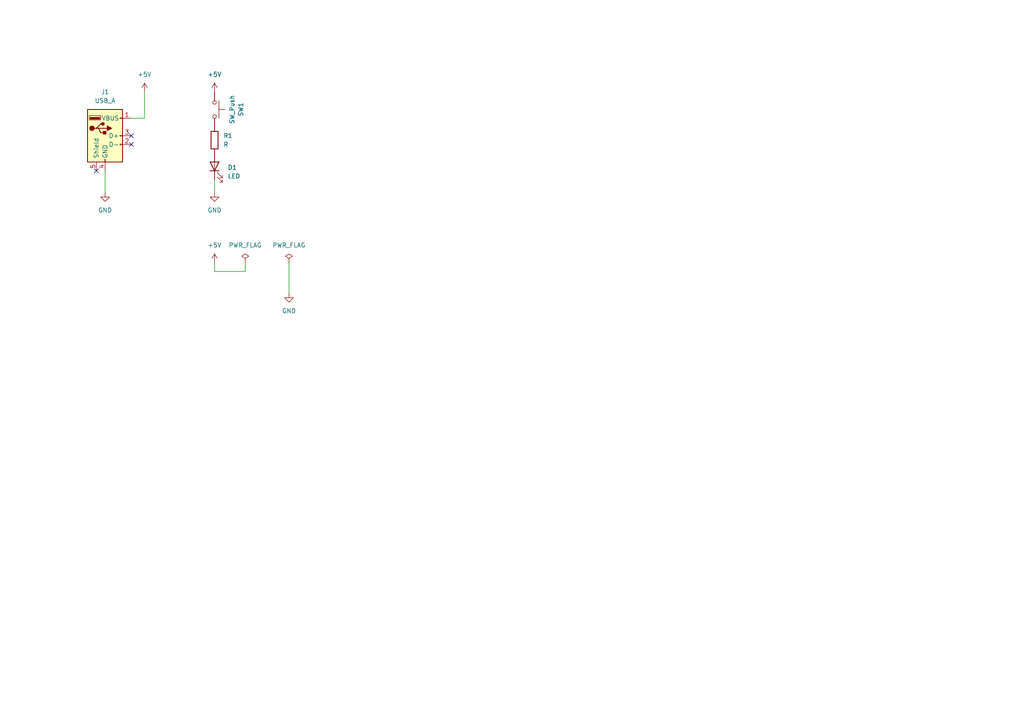
<source format=kicad_sch>
(kicad_sch (version 20211123) (generator eeschema)
  (paper "A4")
  (lib_symbols
    (symbol "Connector:USB_A" (pin_names (offset 1.016))
      (property "Reference" "J" (at -5.08 11.43 0))
      (property "Value" "USB_A" (at -5.08 8.89 0))
      (symbol "USB_A_0_1"
        (rectangle (start -5.08 -7.62) (end 5.08 7.62) (stroke (width 0.254)) (fill (type background)))
        (circle (center -3.81 2.159) (radius 0.635) (stroke (width 0.254)) (fill (type outline)))
        (rectangle (start -1.524 4.826) (end -4.318 5.334) (fill (type outline)))
        (rectangle (start -1.27 4.572) (end -4.572 5.842))
        (circle (center -0.635 3.429) (radius 0.381) (stroke (width 0.254)) (fill (type outline)))
        (rectangle (start -0.127 -7.62) (end 0.127 -6.858))
        (polyline (pts (xy -3.175 2.159) (xy -2.54 2.159) (xy -1.27 3.429) (xy -0.635 3.429)) (stroke (width 0.254)))
        (polyline (pts (xy -2.54 2.159) (xy -1.905 2.159) (xy -1.27 0.889) (xy 0 0.889)) (stroke (width 0.254)))
        (polyline (pts (xy 0.635 2.794) (xy 0.635 1.524) (xy 1.905 2.159) (xy 0.635 2.794)) (stroke (width 0.254)) (fill (type outline)))
        (rectangle (start 0.254 1.27) (end -0.508 0.508) (stroke (width 0.254)) (fill (type outline)))
        (rectangle (start 5.08 -2.667) (end 4.318 -2.413))
        (rectangle (start 5.08 -0.127) (end 4.318 0.127))
        (rectangle (start 5.08 4.953) (end 4.318 5.207))
      )
      (symbol "USB_A_1_1"
        (polyline (pts (xy -1.905 2.159) (xy 0.635 2.159)) (stroke (width 0.254)))
        (pin power_in line (at 7.62 5.08 180) (length 2.54) (name "VBUS") (number "1"))
        (pin bidirectional line (at 7.62 -2.54 180) (length 2.54) (name "D-") (number "2"))
        (pin bidirectional line (at 7.62 0 180) (length 2.54) (name "D+") (number "3"))
        (pin power_in line (at 0 -10.16 90) (length 2.54) (name "GND") (number "4"))
        (pin passive line (at -2.54 -10.16 90) (length 2.54) (name "Shield") (number "5"))
      )
    )
    (symbol "Device:LED" (pin_numbers hide) (pin_names (offset 1.016) hide)
      (property "Reference" "D" (at 0 2.54 0))
      (property "Value" "LED" (at 0 -2.54 0))
      (symbol "LED_0_1"
        (polyline (pts (xy -1.27 -1.27) (xy -1.27 1.27)) (stroke (width 0.254)))
        (polyline (pts (xy -1.27 0) (xy 1.27 0)))
        (polyline (pts (xy 1.27 -1.27) (xy 1.27 1.27) (xy -1.27 0) (xy 1.27 -1.27)) (stroke (width 0.254)))
        (polyline (pts (xy -3.048 -0.762) (xy -4.572 -2.286) (xy -3.81 -2.286) (xy -4.572 -2.286) (xy -4.572 -1.524)))
        (polyline (pts (xy -1.778 -0.762) (xy -3.302 -2.286) (xy -2.54 -2.286) (xy -3.302 -2.286) (xy -3.302 -1.524)))
      )
      (symbol "LED_1_1"
        (pin passive line (at -3.81 0 0) (length 2.54) (name "K") (number "1"))
        (pin passive line (at 3.81 0 180) (length 2.54) (name "A") (number "2"))
      )
    )
    (symbol "Device:R" (pin_numbers hide) (pin_names (offset 0))
      (property "Reference" "R" (at 2.032 0 90))
      (property "Value" "R" (at 0 0 90))
      (symbol "R_0_1"
        (rectangle (start -1.016 -2.54) (end 1.016 2.54) (stroke (width 0.254)))
      )
      (symbol "R_1_1"
        (pin passive line (at 0 3.81 270) (length 1.27) (name "~") (number "1"))
        (pin passive line (at 0 -3.81 90) (length 1.27) (name "~") (number "2"))
      )
    )
    (symbol "Switch:SW_Push" (pin_numbers hide) (pin_names (offset 1.016) hide)
      (property "Reference" "SW" (at 1.27 2.54 0))
      (property "Value" "SW_Push" (at 0 -1.524 0))
      (symbol "SW_Push_0_1"
        (circle (center -2.032 0) (radius 0.508))
        (polyline (pts (xy 0 1.27) (xy 0 3.048)))
        (polyline (pts (xy 2.54 1.27) (xy -2.54 1.27)))
        (circle (center 2.032 0) (radius 0.508))
        (pin passive line (at -5.08 0 0) (length 2.54) (name "1") (number "1"))
        (pin passive line (at 5.08 0 180) (length 2.54) (name "2") (number "2"))
      )
    )
    (symbol "power:+5V" (power) (pin_names (offset 0))
      (property "Value" "+5V" (at 0 3.556 0))
      (symbol "+5V_0_1"
        (polyline (pts (xy -0.762 1.27) (xy 0 2.54)))
        (polyline (pts (xy 0 0) (xy 0 2.54)))
        (polyline (pts (xy 0 2.54) (xy 0.762 1.27)))
      )
      (symbol "+5V_1_1"
        (pin power_in line (at 0 0 90) (length 0) hide (name "+5V") (number "1"))
      )
    )
    (symbol "power:GND" (power) (pin_names (offset 0))
      (property "Value" "GND" (at 0 -3.81 0))
      (symbol "GND_0_1"
        (polyline (pts (xy 0 0) (xy 0 -1.27) (xy 1.27 -1.27) (xy 0 -2.54) (xy -1.27 -1.27) (xy 0 -1.27)))
      )
      (symbol "GND_1_1"
        (pin power_in line (at 0 0 270) (length 0) hide (name "GND") (number "1"))
      )
    )
    (symbol "power:PWR_FLAG" (power) (pin_numbers hide) (pin_names (offset 0) hide)
      (property "Value" "PWR_FLAG" (at 0 3.81 0))
      (symbol "PWR_FLAG_0_0"
        (pin power_out line (at 0 0 90) (length 0) (name "pwr") (number "1"))
      )
      (symbol "PWR_FLAG_0_1"
        (polyline (pts (xy 0 0) (xy 0 1.27) (xy -1.016 1.905) (xy 0 2.54) (xy 1.016 1.905) (xy 0 1.27)))
      )
    )
  )
  (no_connect (at 38.1 39.37))
  (no_connect (at 27.94 49.53))
  (no_connect (at 38.1 41.91))
  (wire (pts (xy 30.48 49.53) (xy 30.48 55.88)))
  (wire (pts (xy 62.23 78.74) (xy 71.12 78.74)))
  (wire (pts (xy 83.82 85.09) (xy 83.82 76.2)))
  (wire (pts (xy 62.23 52.07) (xy 62.23 55.88)))
  (wire (pts (xy 71.12 78.74) (xy 71.12 76.2)))
  (wire (pts (xy 41.91 34.29) (xy 41.91 26.67)))
  (wire (pts (xy 38.1 34.29) (xy 41.91 34.29)))
  (wire (pts (xy 62.23 76.2) (xy 62.23 78.74)))
  (symbol (lib_id "power:GND") (at 62.23 55.88 0) (unit 1)
    (property "Reference" "#PWR04" (effects hide))
    (property "Value" "GND" (at 62.23 60.96 0))
  )
  (symbol (lib_id "power:PWR_FLAG") (at 83.82 76.2 0) (unit 1)
    (property "Reference" "#FLG0102" (effects hide))
    (property "Value" "PWR_FLAG" (at 83.82 71.12 0))
  )
  (symbol (lib_id "Connector:USB_A") (at 30.48 39.37 0) (unit 1)
    (property "Reference" "J1" (at 30.48 26.67 0))
    (property "Value" "USB_A" (at 30.48 29.21 0))
    (property "Footprint" "simpleLED:USB-A-Male" (effects hide))
    (property "Datasheet" " ~" (effects hide))
  )
  (symbol (lib_id "power:+5V") (at 41.91 26.67 0) (unit 1)
    (property "Reference" "#PWR02" (effects hide))
    (property "Value" "+5V" (at 41.91 21.59 0))
  )
  (symbol (lib_id "power:GND") (at 83.82 85.09 0) (unit 1)
    (property "Reference" "#PWR0101" (effects hide))
    (property "Value" "GND" (at 83.82 90.17 0))
  )
  (symbol (lib_id "Device:R") (at 62.23 40.64 0) (unit 1)
    (property "Reference" "R1" (at 64.77 39.3699 0) (effects (justify left)))
    (property "Value" "R" (at 64.77 41.9099 0) (effects (justify left)))
    (property "Footprint" "Resistor_THT:R_Axial_DIN0204_L3.6mm_D1.6mm_P5.08mm_Horizontal" (effects hide))
  )
  (symbol (lib_id "power:PWR_FLAG") (at 71.12 76.2 0) (unit 1)
    (property "Reference" "#FLG0101" (effects hide))
    (property "Value" "PWR_FLAG" (at 71.12 71.12 0))
  )
  (symbol (lib_id "power:+5V") (at 62.23 76.2 0) (unit 1)
    (property "Reference" "#PWR0102" (effects hide))
    (property "Value" "+5V" (at 62.23 71.12 0))
  )
  (symbol (lib_id "Switch:SW_Push") (at 62.23 31.75 270) (unit 1)
    (property "Reference" "SW1" (at 69.85 31.75 0))
    (property "Value" "SW_Push" (at 67.31 31.75 0))
    (property "Footprint" "Button_Switch_SMD:SW_SPST_PTS645" (effects hide))
  )
  (symbol (lib_id "Device:LED") (at 62.23 48.26 90) (unit 1)
    (property "Reference" "D1" (at 66.04 48.5774 90) (effects (justify right)))
    (property "Value" "LED" (at 66.04 51.1174 90) (effects (justify right)))
    (property "Footprint" "Diode_SMD:D_1210_3225Metric_Pad1.42x2.65mm_HandSolder" (effects hide))
  )
  (symbol (lib_id "power:GND") (at 30.48 55.88 0) (unit 1)
    (property "Reference" "#PWR01" (effects hide))
    (property "Value" "GND" (at 30.48 60.96 0))
  )
  (symbol (lib_id "power:+5V") (at 62.23 26.67 0) (unit 1)
    (property "Reference" "#PWR03" (effects hide))
    (property "Value" "+5V" (at 62.23 21.59 0))
  )
)
</source>
